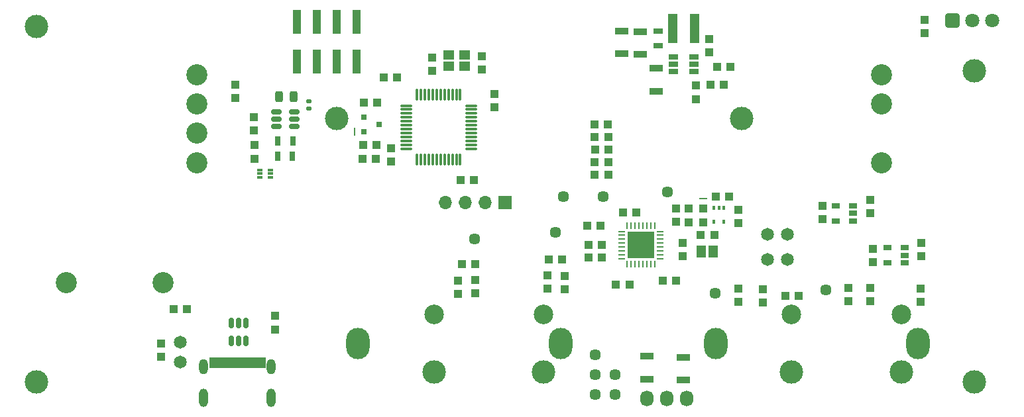
<source format=gts>
G04 #@! TF.GenerationSoftware,KiCad,Pcbnew,9.0.3*
G04 #@! TF.CreationDate,2026-01-03T08:49:13-08:00*
G04 #@! TF.ProjectId,ir-remote,69722d72-656d-46f7-9465-2e6b69636164,rev?*
G04 #@! TF.SameCoordinates,Original*
G04 #@! TF.FileFunction,Soldermask,Top*
G04 #@! TF.FilePolarity,Negative*
%FSLAX46Y46*%
G04 Gerber Fmt 4.6, Leading zero omitted, Abs format (unit mm)*
G04 Created by KiCad (PCBNEW 9.0.3) date 2026-01-03 08:49:13*
%MOMM*%
%LPD*%
G01*
G04 APERTURE LIST*
G04 Aperture macros list*
%AMRoundRect*
0 Rectangle with rounded corners*
0 $1 Rounding radius*
0 $2 $3 $4 $5 $6 $7 $8 $9 X,Y pos of 4 corners*
0 Add a 4 corners polygon primitive as box body*
4,1,4,$2,$3,$4,$5,$6,$7,$8,$9,$2,$3,0*
0 Add four circle primitives for the rounded corners*
1,1,$1+$1,$2,$3*
1,1,$1+$1,$4,$5*
1,1,$1+$1,$6,$7*
1,1,$1+$1,$8,$9*
0 Add four rect primitives between the rounded corners*
20,1,$1+$1,$2,$3,$4,$5,0*
20,1,$1+$1,$4,$5,$6,$7,0*
20,1,$1+$1,$6,$7,$8,$9,0*
20,1,$1+$1,$8,$9,$2,$3,0*%
G04 Aperture macros list end*
%ADD10C,0.010000*%
%ADD11R,1.000000X1.000000*%
%ADD12R,0.340000X0.600000*%
%ADD13RoundRect,0.243750X0.243750X0.456250X-0.243750X0.456250X-0.243750X-0.456250X0.243750X-0.456250X0*%
%ADD14C,1.451000*%
%ADD15R,1.000000X3.150000*%
%ADD16R,1.700000X0.900000*%
%ADD17C,1.651000*%
%ADD18C,3.000000*%
%ADD19RoundRect,0.150000X0.150000X-0.512500X0.150000X0.512500X-0.150000X0.512500X-0.150000X-0.512500X0*%
%ADD20R,1.700000X1.700000*%
%ADD21O,1.700000X1.700000*%
%ADD22R,0.800100X0.800100*%
%ADD23R,1.200000X3.700000*%
%ADD24RoundRect,0.075000X-0.075000X0.662500X-0.075000X-0.662500X0.075000X-0.662500X0.075000X0.662500X0*%
%ADD25RoundRect,0.075000X-0.662500X0.075000X-0.662500X-0.075000X0.662500X-0.075000X0.662500X0.075000X0*%
%ADD26O,1.727200X2.032000*%
%ADD27R,1.060000X0.650000*%
%ADD28R,0.500000X0.160000*%
%ADD29O,1.152400X2.352400*%
%ADD30O,1.152400X1.952400*%
%ADD31RoundRect,0.062500X-0.062500X0.375000X-0.062500X-0.375000X0.062500X-0.375000X0.062500X0.375000X0*%
%ADD32RoundRect,0.062500X-0.375000X0.062500X-0.375000X-0.062500X0.375000X-0.062500X0.375000X0.062500X0*%
%ADD33R,3.450000X3.450000*%
%ADD34R,0.700000X1.300000*%
%ADD35R,1.168400X1.600200*%
%ADD36R,0.160000X0.500000*%
%ADD37R,1.220000X0.650000*%
%ADD38RoundRect,0.150000X-0.512500X-0.150000X0.512500X-0.150000X0.512500X0.150000X-0.512500X0.150000X0*%
%ADD39RoundRect,0.087500X0.250000X0.087500X-0.250000X0.087500X-0.250000X-0.087500X0.250000X-0.087500X0*%
%ADD40R,1.300000X0.700000*%
%ADD41RoundRect,0.147500X-0.172500X0.147500X-0.172500X-0.147500X0.172500X-0.147500X0.172500X0.147500X0*%
%ADD42R,1.400000X1.150000*%
%ADD43C,2.700000*%
%ADD44RoundRect,0.250200X-0.649800X-0.649800X0.649800X-0.649800X0.649800X0.649800X-0.649800X0.649800X0*%
%ADD45C,1.800000*%
%ADD46O,3.000000X4.000000*%
%ADD47C,2.500000*%
G04 APERTURE END LIST*
D10*
G04 #@! TO.C,J4*
X26848500Y5911500D02*
X26131500Y5911500D01*
X26131500Y7188500D01*
X26848500Y7188500D01*
X26848500Y5911500D01*
G36*
X26848500Y5911500D02*
G01*
X26131500Y5911500D01*
X26131500Y7188500D01*
X26848500Y7188500D01*
X26848500Y5911500D01*
G37*
X27648500Y5911500D02*
X26931500Y5911500D01*
X26931500Y7188500D01*
X27648500Y7188500D01*
X27648500Y5911500D01*
G36*
X27648500Y5911500D02*
G01*
X26931500Y5911500D01*
X26931500Y7188500D01*
X27648500Y7188500D01*
X27648500Y5911500D01*
G37*
X28152500Y5911500D02*
X27727500Y5911500D01*
X27727500Y7188500D01*
X28152500Y7188500D01*
X28152500Y5911500D01*
G36*
X28152500Y5911500D02*
G01*
X27727500Y5911500D01*
X27727500Y7188500D01*
X28152500Y7188500D01*
X28152500Y5911500D01*
G37*
X28652500Y5911500D02*
X28227500Y5911500D01*
X28227500Y7188500D01*
X28652500Y7188500D01*
X28652500Y5911500D01*
G36*
X28652500Y5911500D02*
G01*
X28227500Y5911500D01*
X28227500Y7188500D01*
X28652500Y7188500D01*
X28652500Y5911500D01*
G37*
X29152500Y5911500D02*
X28727500Y5911500D01*
X28727500Y7188500D01*
X29152500Y7188500D01*
X29152500Y5911500D01*
G36*
X29152500Y5911500D02*
G01*
X28727500Y5911500D01*
X28727500Y7188500D01*
X29152500Y7188500D01*
X29152500Y5911500D01*
G37*
X29652500Y5911500D02*
X29227500Y5911500D01*
X29227500Y7188500D01*
X29652500Y7188500D01*
X29652500Y5911500D01*
G36*
X29652500Y5911500D02*
G01*
X29227500Y5911500D01*
X29227500Y7188500D01*
X29652500Y7188500D01*
X29652500Y5911500D01*
G37*
X30152500Y5911500D02*
X29727500Y5911500D01*
X29727500Y7188500D01*
X30152500Y7188500D01*
X30152500Y5911500D01*
G36*
X30152500Y5911500D02*
G01*
X29727500Y5911500D01*
X29727500Y7188500D01*
X30152500Y7188500D01*
X30152500Y5911500D01*
G37*
X30652500Y5911500D02*
X30227500Y5911500D01*
X30227500Y7188500D01*
X30652500Y7188500D01*
X30652500Y5911500D01*
G36*
X30652500Y5911500D02*
G01*
X30227500Y5911500D01*
X30227500Y7188500D01*
X30652500Y7188500D01*
X30652500Y5911500D01*
G37*
X31152500Y5911500D02*
X30727500Y5911500D01*
X30727500Y7188500D01*
X31152500Y7188500D01*
X31152500Y5911500D01*
G36*
X31152500Y5911500D02*
G01*
X30727500Y5911500D01*
X30727500Y7188500D01*
X31152500Y7188500D01*
X31152500Y5911500D01*
G37*
X31652500Y5911500D02*
X31227500Y5911500D01*
X31227500Y7188500D01*
X31652500Y7188500D01*
X31652500Y5911500D01*
G36*
X31652500Y5911500D02*
G01*
X31227500Y5911500D01*
X31227500Y7188500D01*
X31652500Y7188500D01*
X31652500Y5911500D01*
G37*
X32448500Y5911500D02*
X31731500Y5911500D01*
X31731500Y7188500D01*
X32448500Y7188500D01*
X32448500Y5911500D01*
G36*
X32448500Y5911500D02*
G01*
X31731500Y5911500D01*
X31731500Y7188500D01*
X32448500Y7188500D01*
X32448500Y5911500D01*
G37*
X33248500Y5911500D02*
X32531500Y5911500D01*
X32531500Y7188500D01*
X33248500Y7188500D01*
X33248500Y5911500D01*
G36*
X33248500Y5911500D02*
G01*
X32531500Y5911500D01*
X32531500Y7188500D01*
X33248500Y7188500D01*
X33248500Y5911500D01*
G37*
G04 #@! TD*
D11*
G04 #@! TO.C,R18*
X23290000Y13300000D03*
X21590000Y13300000D03*
G04 #@! TD*
G04 #@! TO.C,R17*
X34520000Y10740000D03*
X34520000Y12440000D03*
G04 #@! TD*
G04 #@! TO.C,R16*
X96860120Y15861751D03*
X96860120Y14161751D03*
G04 #@! TD*
G04 #@! TO.C,C24*
X60936000Y43947500D03*
X60936000Y45647500D03*
G04 #@! TD*
G04 #@! TO.C,R13*
X110560000Y16044092D03*
X110560000Y14344092D03*
G04 #@! TD*
D12*
G04 #@! TO.C,U8*
X91880000Y26270000D03*
X91230000Y26270000D03*
X90580000Y26270000D03*
X90580000Y24470000D03*
X91880000Y24470000D03*
G04 #@! TD*
D11*
G04 #@! TO.C,C20*
X71500000Y17600000D03*
X71500000Y15900000D03*
G04 #@! TD*
G04 #@! TO.C,R3*
X75370000Y30510000D03*
X77070000Y30510000D03*
G04 #@! TD*
D13*
G04 #@! TO.C,L3*
X36890000Y40537500D03*
X35015000Y40537500D03*
G04 #@! TD*
D11*
G04 #@! TO.C,R27*
X88250000Y41910000D03*
X88250000Y40210000D03*
G04 #@! TD*
D14*
G04 #@! TO.C,TP8*
X75400000Y7510000D03*
G04 #@! TD*
G04 #@! TO.C,TP4*
X70330000Y23150000D03*
G04 #@! TD*
D15*
G04 #@! TO.C,J3*
X44940000Y50035000D03*
X44940000Y44985000D03*
X42400000Y50035000D03*
X42400000Y44985000D03*
X39860000Y50035000D03*
X39860000Y44985000D03*
X37320000Y50035000D03*
X37320000Y44985000D03*
G04 #@! TD*
D14*
G04 #@! TO.C,TP12*
X76450000Y27700000D03*
G04 #@! TD*
D16*
G04 #@! TO.C,C39*
X81210000Y48832500D03*
X81210000Y45932500D03*
G04 #@! TD*
D17*
G04 #@! TO.C,J1*
X97470000Y19640000D03*
X100010000Y19640000D03*
G04 #@! TD*
D11*
G04 #@! TO.C,R4*
X31862500Y32587500D03*
X31862500Y34287500D03*
G04 #@! TD*
G04 #@! TO.C,C9*
X78080000Y16500000D03*
X79780000Y16500000D03*
G04 #@! TD*
G04 #@! TO.C,C19*
X60120000Y17030000D03*
X60120000Y15330000D03*
G04 #@! TD*
D18*
G04 #@! TO.C,H3*
X123860000Y4000000D03*
G04 #@! TD*
D11*
G04 #@! TO.C,C1*
X49370000Y32240000D03*
X49370000Y33940000D03*
G04 #@! TD*
G04 #@! TO.C,C34*
X48420000Y42980000D03*
X50120000Y42980000D03*
G04 #@! TD*
G04 #@! TO.C,R26*
X92710000Y44340000D03*
X91010000Y44340000D03*
G04 #@! TD*
G04 #@! TO.C,C32*
X93680000Y24370000D03*
X93680000Y26070000D03*
G04 #@! TD*
G04 #@! TO.C,R15*
X69300000Y15940000D03*
X69300000Y17640000D03*
G04 #@! TD*
G04 #@! TO.C,R14*
X57890000Y15300000D03*
X57890000Y17000000D03*
G04 #@! TD*
G04 #@! TO.C,C2*
X117500000Y50360000D03*
X117500000Y48660000D03*
G04 #@! TD*
D19*
G04 #@! TO.C,U6*
X28927500Y9272500D03*
X29877500Y9272500D03*
X30827500Y9272500D03*
X30827500Y11547500D03*
X29877500Y11547500D03*
X28927500Y11547500D03*
G04 #@! TD*
D11*
G04 #@! TO.C,C28*
X110575000Y25620000D03*
X110575000Y27320000D03*
G04 #@! TD*
D16*
G04 #@! TO.C,C18*
X86685000Y7170000D03*
X86685000Y4270000D03*
G04 #@! TD*
D11*
G04 #@! TO.C,C25*
X54556000Y43807500D03*
X54556000Y45507500D03*
G04 #@! TD*
G04 #@! TO.C,C35*
X89990000Y46140000D03*
X89990000Y47840000D03*
G04 #@! TD*
G04 #@! TO.C,C5*
X45680000Y32570000D03*
X47380000Y32570000D03*
G04 #@! TD*
G04 #@! TO.C,R9*
X90620000Y22850000D03*
X88920000Y22850000D03*
G04 #@! TD*
G04 #@! TO.C,C13*
X84055000Y16970000D03*
X85755000Y16970000D03*
G04 #@! TD*
D20*
G04 #@! TO.C,J12*
X63870000Y26955000D03*
D21*
X61330000Y26955000D03*
X58790000Y26955000D03*
X56250000Y26955000D03*
G04 #@! TD*
D18*
G04 #@! TO.C,H4*
X4000000Y4000000D03*
G04 #@! TD*
D11*
G04 #@! TO.C,C15*
X89200000Y24460000D03*
X89200000Y26160000D03*
G04 #@! TD*
D16*
G04 #@! TO.C,C36*
X83210000Y41210000D03*
X83210000Y44110000D03*
G04 #@! TD*
D11*
G04 #@! TO.C,C14*
X92530000Y27750000D03*
X90830000Y27750000D03*
G04 #@! TD*
G04 #@! TO.C,C8*
X76260000Y19950000D03*
X74560000Y19950000D03*
G04 #@! TD*
D14*
G04 #@! TO.C,TP13*
X71370000Y27700000D03*
G04 #@! TD*
D22*
G04 #@! TO.C,V12*
X45850000Y37877500D03*
X45850000Y35977500D03*
X47848980Y36927500D03*
G04 #@! TD*
D14*
G04 #@! TO.C,TP2*
X90700000Y15340000D03*
G04 #@! TD*
D11*
G04 #@! TO.C,C16*
X87390000Y24460000D03*
X87390000Y26160000D03*
G04 #@! TD*
G04 #@! TO.C,C3*
X59900000Y29820000D03*
X58200000Y29820000D03*
G04 #@! TD*
G04 #@! TO.C,C40*
X45890000Y39777500D03*
X47590000Y39777500D03*
G04 #@! TD*
G04 #@! TO.C,C30*
X110880000Y19370000D03*
X110880000Y21070000D03*
G04 #@! TD*
D23*
G04 #@! TO.C,L11*
X88120000Y49190000D03*
X85320000Y49190000D03*
G04 #@! TD*
D11*
G04 #@! TO.C,C4*
X45750000Y34360000D03*
X47450000Y34360000D03*
G04 #@! TD*
D24*
G04 #@! TO.C,U1*
X58180000Y40772500D03*
X57680000Y40772500D03*
X57180000Y40772500D03*
X56680000Y40772500D03*
X56180000Y40772500D03*
X55680000Y40772500D03*
X55180000Y40772500D03*
X54680000Y40772500D03*
X54180000Y40772500D03*
X53680000Y40772500D03*
X53180000Y40772500D03*
X52680000Y40772500D03*
D25*
X51267500Y39360000D03*
X51267500Y38860000D03*
X51267500Y38360000D03*
X51267500Y37860000D03*
X51267500Y37360000D03*
X51267500Y36860000D03*
X51267500Y36360000D03*
X51267500Y35860000D03*
X51267500Y35360000D03*
X51267500Y34860000D03*
X51267500Y34360000D03*
X51267500Y33860000D03*
D24*
X52680000Y32447500D03*
X53180000Y32447500D03*
X53680000Y32447500D03*
X54180000Y32447500D03*
X54680000Y32447500D03*
X55180000Y32447500D03*
X55680000Y32447500D03*
X56180000Y32447500D03*
X56680000Y32447500D03*
X57180000Y32447500D03*
X57680000Y32447500D03*
X58180000Y32447500D03*
D25*
X59592500Y33860000D03*
X59592500Y34360000D03*
X59592500Y34860000D03*
X59592500Y35360000D03*
X59592500Y35860000D03*
X59592500Y36360000D03*
X59592500Y36860000D03*
X59592500Y37360000D03*
X59592500Y37860000D03*
X59592500Y38360000D03*
X59592500Y38860000D03*
X59592500Y39360000D03*
G04 #@! TD*
D11*
G04 #@! TO.C,R6*
X75350000Y36980000D03*
X77050000Y36980000D03*
G04 #@! TD*
D26*
G04 #@! TO.C,J6*
X82020000Y1920000D03*
X84560000Y1920000D03*
X87100000Y1920000D03*
G04 #@! TD*
D14*
G04 #@! TO.C,TP7*
X77940000Y4970000D03*
G04 #@! TD*
D27*
G04 #@! TO.C,U3*
X108325000Y24630000D03*
X108325000Y25580000D03*
X108325000Y26530000D03*
X106125000Y26530000D03*
X106125000Y24630000D03*
G04 #@! TD*
D11*
G04 #@! TO.C,C22*
X116990000Y15950000D03*
X116990000Y14250000D03*
G04 #@! TD*
D28*
G04 #@! TO.C,NT2*
X89490000Y27480000D03*
X88990000Y27480000D03*
G04 #@! TD*
D11*
G04 #@! TO.C,C10*
X86550000Y21770000D03*
X86550000Y20070000D03*
G04 #@! TD*
G04 #@! TO.C,R12*
X74420000Y23970000D03*
X76120000Y23970000D03*
G04 #@! TD*
D29*
G04 #@! TO.C,J4*
X25370000Y1975000D03*
X34010000Y1975000D03*
D30*
X25370000Y5975000D03*
X34010000Y5975000D03*
G04 #@! TD*
D11*
G04 #@! TO.C,C12*
X85770000Y26200000D03*
X85770000Y24500000D03*
G04 #@! TD*
D14*
G04 #@! TO.C,TP1*
X104850000Y15790000D03*
G04 #@! TD*
D11*
G04 #@! TO.C,R11*
X71210000Y19670000D03*
X69510000Y19670000D03*
G04 #@! TD*
D14*
G04 #@! TO.C,TP5*
X75400000Y2430000D03*
G04 #@! TD*
D17*
G04 #@! TO.C,J2*
X97470000Y22890000D03*
X100010000Y22890000D03*
G04 #@! TD*
D11*
G04 #@! TO.C,C23*
X99700000Y15030000D03*
X101400000Y15030000D03*
G04 #@! TD*
D31*
G04 #@! TO.C,U5*
X83010000Y23960000D03*
X82510000Y23960000D03*
X82010000Y23960000D03*
X81510000Y23960000D03*
X81010000Y23960000D03*
X80510000Y23960000D03*
X80010000Y23960000D03*
X79510000Y23960000D03*
D32*
X78822500Y23272500D03*
X78822500Y22772500D03*
X78822500Y22272500D03*
X78822500Y21772500D03*
X78822500Y21272500D03*
X78822500Y20772500D03*
X78822500Y20272500D03*
X78822500Y19772500D03*
D31*
X79510000Y19085000D03*
X80010000Y19085000D03*
X80510000Y19085000D03*
X81010000Y19085000D03*
X81510000Y19085000D03*
X82010000Y19085000D03*
X82510000Y19085000D03*
X83010000Y19085000D03*
D32*
X83697500Y19772500D03*
X83697500Y20272500D03*
X83697500Y20772500D03*
X83697500Y21272500D03*
X83697500Y21772500D03*
X83697500Y22272500D03*
X83697500Y22772500D03*
X83697500Y23272500D03*
D33*
X81260000Y21522500D03*
G04 #@! TD*
D16*
G04 #@! TO.C,C17*
X81985000Y7295000D03*
X81985000Y4395000D03*
G04 #@! TD*
D34*
G04 #@! TO.C,C303*
X36780000Y34810000D03*
X34880000Y34810000D03*
G04 #@! TD*
D11*
G04 #@! TO.C,C7*
X76250000Y21550000D03*
X74550000Y21550000D03*
G04 #@! TD*
D14*
G04 #@! TO.C,TP6*
X77940000Y2430000D03*
G04 #@! TD*
D11*
G04 #@! TO.C,C29*
X117100000Y20070000D03*
X117100000Y21770000D03*
G04 #@! TD*
D16*
G04 #@! TO.C,C37*
X78840000Y48922500D03*
X78840000Y46022500D03*
G04 #@! TD*
D11*
G04 #@! TO.C,R25*
X91830000Y42040000D03*
X90130000Y42040000D03*
G04 #@! TD*
D14*
G04 #@! TO.C,TP11*
X84620000Y28320000D03*
G04 #@! TD*
D11*
G04 #@! TO.C,C33*
X62570000Y40840000D03*
X62570000Y39140000D03*
G04 #@! TD*
G04 #@! TO.C,C26*
X93700120Y15961751D03*
X93700120Y14261751D03*
G04 #@! TD*
G04 #@! TO.C,C21*
X107790000Y16044092D03*
X107790000Y14344092D03*
G04 #@! TD*
G04 #@! TO.C,R10*
X60090000Y19090000D03*
X58390000Y19090000D03*
G04 #@! TD*
D35*
G04 #@! TO.C,JP1*
X90512000Y20730000D03*
X88990540Y20730000D03*
G04 #@! TD*
D36*
G04 #@! TO.C,NT11*
X44720000Y36270000D03*
X44720000Y35770000D03*
G04 #@! TD*
D14*
G04 #@! TO.C,TP3*
X59990000Y22340000D03*
G04 #@! TD*
D17*
G04 #@! TO.C,J8*
X22430000Y9120000D03*
X22430000Y6580000D03*
G04 #@! TD*
D37*
G04 #@! TO.C,V11*
X85442850Y45620000D03*
X85442850Y44670000D03*
X85442850Y43720000D03*
X88062850Y43720000D03*
X88062850Y44670000D03*
X88062850Y45620000D03*
G04 #@! TD*
D11*
G04 #@! TO.C,C11*
X80680000Y25700000D03*
X78980000Y25700000D03*
G04 #@! TD*
G04 #@! TO.C,R8*
X75390000Y33750000D03*
X77090000Y33750000D03*
G04 #@! TD*
D18*
G04 #@! TO.C,H2*
X123860000Y43820000D03*
G04 #@! TD*
D14*
G04 #@! TO.C,TP14*
X75400000Y4970000D03*
G04 #@! TD*
D11*
G04 #@! TO.C,R2*
X75370000Y32130000D03*
X77070000Y32130000D03*
G04 #@! TD*
D34*
G04 #@! TO.C,C6*
X36720000Y32900000D03*
X34820000Y32900000D03*
G04 #@! TD*
D11*
G04 #@! TO.C,C31*
X29430000Y42060000D03*
X29430000Y40360000D03*
G04 #@! TD*
D38*
G04 #@! TO.C,U112*
X34685000Y38567500D03*
X34685000Y37617500D03*
X34685000Y36667500D03*
X36960000Y36667500D03*
X36960000Y37617500D03*
X36960000Y38567500D03*
G04 #@! TD*
D18*
G04 #@! TO.C,H1*
X4000000Y49480000D03*
G04 #@! TD*
D11*
G04 #@! TO.C,C27*
X104425000Y24810000D03*
X104425000Y26510000D03*
G04 #@! TD*
G04 #@! TO.C,R1*
X19980000Y7220000D03*
X19980000Y8920000D03*
G04 #@! TD*
G04 #@! TO.C,R5*
X31782500Y36167500D03*
X31782500Y37867500D03*
G04 #@! TD*
D39*
G04 #@! TO.C,U7*
X33962500Y30150000D03*
X33962500Y30650000D03*
X33962500Y31150000D03*
X32537500Y31150000D03*
X32537500Y30650000D03*
X32537500Y30150000D03*
G04 #@! TD*
D40*
G04 #@! TO.C,C38*
X83420000Y48912500D03*
X83420000Y47012500D03*
G04 #@! TD*
D41*
G04 #@! TO.C,C300*
X38832500Y39952500D03*
X38832500Y38982500D03*
G04 #@! TD*
D42*
G04 #@! TO.C,X10*
X56676000Y44377500D03*
X58776000Y45877500D03*
X58776000Y44377500D03*
X56676000Y45877500D03*
G04 #@! TD*
D11*
G04 #@! TO.C,R7*
X75370000Y35380000D03*
X77070000Y35380000D03*
G04 #@! TD*
D27*
G04 #@! TO.C,U4*
X114960000Y19270000D03*
X114960000Y20220000D03*
X114960000Y21170000D03*
X112760000Y21170000D03*
X112760000Y19270000D03*
G04 #@! TD*
D43*
G04 #@! TO.C,POT1*
X24490000Y39565000D03*
X24490000Y35815000D03*
X24490000Y43315000D03*
X24490000Y32065000D03*
X111990000Y43315000D03*
X111990000Y32065000D03*
X20240000Y16690000D03*
X7840000Y16690000D03*
D18*
X94090000Y37690000D03*
X42390000Y37690000D03*
D43*
X111990000Y39565000D03*
G04 #@! TD*
D44*
G04 #@! TO.C,U2*
X121090000Y50280000D03*
D45*
X123630000Y50280000D03*
X126170000Y50280000D03*
G04 #@! TD*
D46*
G04 #@! TO.C,J7*
X116690000Y8910000D03*
D18*
X114490000Y5310000D03*
X100490000Y5310000D03*
D46*
X90790000Y8910000D03*
D47*
X114490000Y12660000D03*
X100490000Y12660000D03*
G04 #@! TD*
D46*
G04 #@! TO.C,J5*
X71040000Y8910000D03*
D18*
X68840000Y5310000D03*
X54840000Y5310000D03*
D46*
X45140000Y8910000D03*
D47*
X68840000Y12660000D03*
X54840000Y12660000D03*
G04 #@! TD*
M02*

</source>
